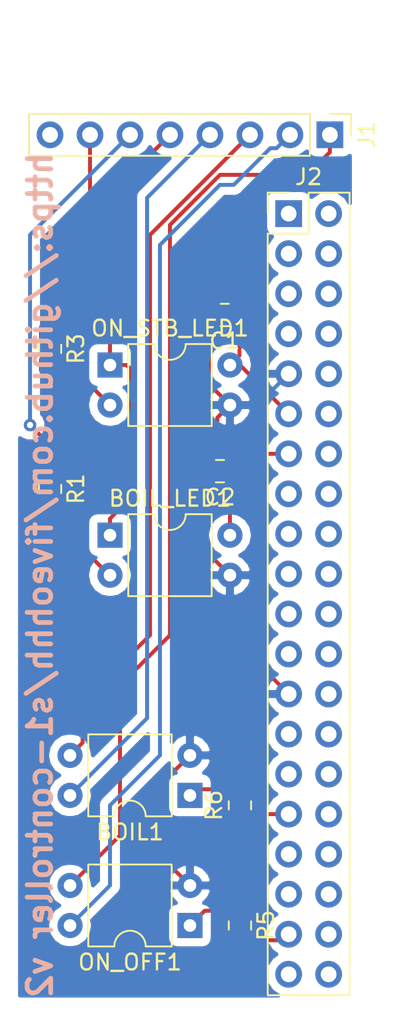
<source format=kicad_pcb>
(kicad_pcb (version 20171130) (host pcbnew "(5.0.2)-1")

  (general
    (thickness 1.6)
    (drawings 5)
    (tracks 87)
    (zones 0)
    (modules 12)
    (nets 52)
  )

  (page A4)
  (layers
    (0 F.Cu signal)
    (31 B.Cu signal)
    (32 B.Adhes user)
    (33 F.Adhes user)
    (34 B.Paste user)
    (35 F.Paste user)
    (36 B.SilkS user)
    (37 F.SilkS user)
    (38 B.Mask user)
    (39 F.Mask user)
    (40 Dwgs.User user)
    (41 Cmts.User user)
    (42 Eco1.User user)
    (43 Eco2.User user)
    (44 Edge.Cuts user)
    (45 Margin user)
    (46 B.CrtYd user)
    (47 F.CrtYd user)
    (48 B.Fab user)
    (49 F.Fab user)
  )

  (setup
    (last_trace_width 0.25)
    (trace_clearance 0.2)
    (zone_clearance 0.508)
    (zone_45_only no)
    (trace_min 0.2)
    (segment_width 0.2)
    (edge_width 0.15)
    (via_size 0.8)
    (via_drill 0.4)
    (via_min_size 0.4)
    (via_min_drill 0.3)
    (uvia_size 0.3)
    (uvia_drill 0.1)
    (uvias_allowed no)
    (uvia_min_size 0.2)
    (uvia_min_drill 0.1)
    (pcb_text_width 0.3)
    (pcb_text_size 1.5 1.5)
    (mod_edge_width 0.15)
    (mod_text_size 1 1)
    (mod_text_width 0.15)
    (pad_size 1.524 1.524)
    (pad_drill 0.762)
    (pad_to_mask_clearance 0.051)
    (solder_mask_min_width 0.25)
    (aux_axis_origin 0 0)
    (visible_elements 7FFFFFFF)
    (pcbplotparams
      (layerselection 0x010fc_ffffffff)
      (usegerberextensions false)
      (usegerberattributes false)
      (usegerberadvancedattributes false)
      (creategerberjobfile false)
      (excludeedgelayer true)
      (linewidth 0.100000)
      (plotframeref false)
      (viasonmask false)
      (mode 1)
      (useauxorigin false)
      (hpglpennumber 1)
      (hpglpenspeed 20)
      (hpglpendiameter 15.000000)
      (psnegative false)
      (psa4output false)
      (plotreference true)
      (plotvalue true)
      (plotinvisibletext false)
      (padsonsilk false)
      (subtractmaskfromsilk false)
      (outputformat 1)
      (mirror false)
      (drillshape 0)
      (scaleselection 1)
      (outputdirectory ""))
  )

  (net 0 "")
  (net 1 "Net-(J1-Pad6)")
  (net 2 "Net-(J1-Pad8)")
  (net 3 "Net-(J1-Pad7)")
  (net 4 "Net-(J2-Pad38)")
  (net 5 "Net-(J2-Pad32)")
  (net 6 GND)
  (net 7 "Net-(J1-Pad2)")
  (net 8 "Net-(J2-Pad1)")
  (net 9 "Net-(J2-Pad2)")
  (net 10 "Net-(J2-Pad3)")
  (net 11 "Net-(J2-Pad4)")
  (net 12 "Net-(J2-Pad5)")
  (net 13 "Net-(J2-Pad6)")
  (net 14 "Net-(J2-Pad8)")
  (net 15 "Net-(J2-Pad10)")
  (net 16 "Net-(J2-Pad12)")
  (net 17 "Net-(J2-Pad14)")
  (net 18 "Net-(J2-Pad16)")
  (net 19 "Net-(J2-Pad17)")
  (net 20 "Net-(J2-Pad18)")
  (net 21 "Net-(J2-Pad19)")
  (net 22 "Net-(J2-Pad20)")
  (net 23 "Net-(J2-Pad21)")
  (net 24 "Net-(J2-Pad22)")
  (net 25 "Net-(J2-Pad23)")
  (net 26 "Net-(J2-Pad24)")
  (net 27 "Net-(J2-Pad26)")
  (net 28 "Net-(J2-Pad27)")
  (net 29 "Net-(J2-Pad28)")
  (net 30 "Net-(J2-Pad29)")
  (net 31 "Net-(J2-Pad30)")
  (net 32 "Net-(J2-Pad31)")
  (net 33 "Net-(J2-Pad33)")
  (net 34 "Net-(J2-Pad34)")
  (net 35 "Net-(J2-Pad35)")
  (net 36 "Net-(J2-Pad36)")
  (net 37 "Net-(J2-Pad37)")
  (net 38 "Net-(J2-Pad39)")
  (net 39 "Net-(J2-Pad40)")
  (net 40 "Net-(BOIL1-Pad4)")
  (net 41 "Net-(BOIL1-Pad3)")
  (net 42 "Net-(BOIL1-Pad1)")
  (net 43 "Net-(BOIL_LED1-Pad2)")
  (net 44 "Net-(BOIL_LED1-Pad4)")
  (net 45 "Net-(ON_OFF1-Pad1)")
  (net 46 "Net-(ON_STB_LED1-Pad2)")
  (net 47 "Net-(C1-Pad1)")
  (net 48 "Net-(J1-Pad1)")
  (net 49 "Net-(J2-Pad15)")
  (net 50 "Net-(BOIL_LED1-Pad1)")
  (net 51 "Net-(J2-Pad7)")

  (net_class Default "This is the default net class."
    (clearance 0.2)
    (trace_width 0.25)
    (via_dia 0.8)
    (via_drill 0.4)
    (uvia_dia 0.3)
    (uvia_drill 0.1)
    (add_net GND)
    (add_net "Net-(BOIL1-Pad1)")
    (add_net "Net-(BOIL1-Pad3)")
    (add_net "Net-(BOIL1-Pad4)")
    (add_net "Net-(BOIL_LED1-Pad1)")
    (add_net "Net-(BOIL_LED1-Pad2)")
    (add_net "Net-(BOIL_LED1-Pad4)")
    (add_net "Net-(C1-Pad1)")
    (add_net "Net-(J1-Pad1)")
    (add_net "Net-(J1-Pad2)")
    (add_net "Net-(J1-Pad6)")
    (add_net "Net-(J1-Pad7)")
    (add_net "Net-(J1-Pad8)")
    (add_net "Net-(J2-Pad1)")
    (add_net "Net-(J2-Pad10)")
    (add_net "Net-(J2-Pad12)")
    (add_net "Net-(J2-Pad14)")
    (add_net "Net-(J2-Pad15)")
    (add_net "Net-(J2-Pad16)")
    (add_net "Net-(J2-Pad17)")
    (add_net "Net-(J2-Pad18)")
    (add_net "Net-(J2-Pad19)")
    (add_net "Net-(J2-Pad2)")
    (add_net "Net-(J2-Pad20)")
    (add_net "Net-(J2-Pad21)")
    (add_net "Net-(J2-Pad22)")
    (add_net "Net-(J2-Pad23)")
    (add_net "Net-(J2-Pad24)")
    (add_net "Net-(J2-Pad26)")
    (add_net "Net-(J2-Pad27)")
    (add_net "Net-(J2-Pad28)")
    (add_net "Net-(J2-Pad29)")
    (add_net "Net-(J2-Pad3)")
    (add_net "Net-(J2-Pad30)")
    (add_net "Net-(J2-Pad31)")
    (add_net "Net-(J2-Pad32)")
    (add_net "Net-(J2-Pad33)")
    (add_net "Net-(J2-Pad34)")
    (add_net "Net-(J2-Pad35)")
    (add_net "Net-(J2-Pad36)")
    (add_net "Net-(J2-Pad37)")
    (add_net "Net-(J2-Pad38)")
    (add_net "Net-(J2-Pad39)")
    (add_net "Net-(J2-Pad4)")
    (add_net "Net-(J2-Pad40)")
    (add_net "Net-(J2-Pad5)")
    (add_net "Net-(J2-Pad6)")
    (add_net "Net-(J2-Pad7)")
    (add_net "Net-(J2-Pad8)")
    (add_net "Net-(ON_OFF1-Pad1)")
    (add_net "Net-(ON_STB_LED1-Pad2)")
  )

  (module Resistor_SMD:R_0805_2012Metric_Pad1.15x1.40mm_HandSolder (layer F.Cu) (tedit 5B36C52B) (tstamp 5C14A6B1)
    (at 127.635 77.715 270)
    (descr "Resistor SMD 0805 (2012 Metric), square (rectangular) end terminal, IPC_7351 nominal with elongated pad for handsoldering. (Body size source: https://docs.google.com/spreadsheets/d/1BsfQQcO9C6DZCsRaXUlFlo91Tg2WpOkGARC1WS5S8t0/edit?usp=sharing), generated with kicad-footprint-generator")
    (tags "resistor handsolder")
    (path /5C119795)
    (attr smd)
    (fp_text reference R1 (at 0 -1.65 270) (layer F.SilkS)
      (effects (font (size 1 1) (thickness 0.15)))
    )
    (fp_text value R_US (at 0 1.65 270) (layer F.Fab)
      (effects (font (size 1 1) (thickness 0.15)))
    )
    (fp_line (start -1 0.6) (end -1 -0.6) (layer F.Fab) (width 0.1))
    (fp_line (start -1 -0.6) (end 1 -0.6) (layer F.Fab) (width 0.1))
    (fp_line (start 1 -0.6) (end 1 0.6) (layer F.Fab) (width 0.1))
    (fp_line (start 1 0.6) (end -1 0.6) (layer F.Fab) (width 0.1))
    (fp_line (start -0.261252 -0.71) (end 0.261252 -0.71) (layer F.SilkS) (width 0.12))
    (fp_line (start -0.261252 0.71) (end 0.261252 0.71) (layer F.SilkS) (width 0.12))
    (fp_line (start -1.85 0.95) (end -1.85 -0.95) (layer F.CrtYd) (width 0.05))
    (fp_line (start -1.85 -0.95) (end 1.85 -0.95) (layer F.CrtYd) (width 0.05))
    (fp_line (start 1.85 -0.95) (end 1.85 0.95) (layer F.CrtYd) (width 0.05))
    (fp_line (start 1.85 0.95) (end -1.85 0.95) (layer F.CrtYd) (width 0.05))
    (fp_text user %R (at 0 0 270) (layer F.Fab)
      (effects (font (size 0.5 0.5) (thickness 0.08)))
    )
    (pad 1 smd roundrect (at -1.025 0 270) (size 1.15 1.4) (layers F.Cu F.Paste F.Mask) (roundrect_rratio 0.217391)
      (net 1 "Net-(J1-Pad6)"))
    (pad 2 smd roundrect (at 1.025 0 270) (size 1.15 1.4) (layers F.Cu F.Paste F.Mask) (roundrect_rratio 0.217391)
      (net 43 "Net-(BOIL_LED1-Pad2)"))
    (model ${KISYS3DMOD}/Resistor_SMD.3dshapes/R_0805_2012Metric.wrl
      (at (xyz 0 0 0))
      (scale (xyz 1 1 1))
      (rotate (xyz 0 0 0))
    )
  )

  (module Resistor_SMD:R_0805_2012Metric_Pad1.15x1.40mm_HandSolder (layer F.Cu) (tedit 5B36C52B) (tstamp 5C11AC14)
    (at 127.635 68.825 270)
    (descr "Resistor SMD 0805 (2012 Metric), square (rectangular) end terminal, IPC_7351 nominal with elongated pad for handsoldering. (Body size source: https://docs.google.com/spreadsheets/d/1BsfQQcO9C6DZCsRaXUlFlo91Tg2WpOkGARC1WS5S8t0/edit?usp=sharing), generated with kicad-footprint-generator")
    (tags "resistor handsolder")
    (path /5C11973B)
    (attr smd)
    (fp_text reference R3 (at 0 -1.65 270) (layer F.SilkS)
      (effects (font (size 1 1) (thickness 0.15)))
    )
    (fp_text value R_US (at 0 1.65 270) (layer F.Fab)
      (effects (font (size 1 1) (thickness 0.15)))
    )
    (fp_text user %R (at 0 0 270) (layer F.Fab)
      (effects (font (size 0.5 0.5) (thickness 0.08)))
    )
    (fp_line (start 1.85 0.95) (end -1.85 0.95) (layer F.CrtYd) (width 0.05))
    (fp_line (start 1.85 -0.95) (end 1.85 0.95) (layer F.CrtYd) (width 0.05))
    (fp_line (start -1.85 -0.95) (end 1.85 -0.95) (layer F.CrtYd) (width 0.05))
    (fp_line (start -1.85 0.95) (end -1.85 -0.95) (layer F.CrtYd) (width 0.05))
    (fp_line (start -0.261252 0.71) (end 0.261252 0.71) (layer F.SilkS) (width 0.12))
    (fp_line (start -0.261252 -0.71) (end 0.261252 -0.71) (layer F.SilkS) (width 0.12))
    (fp_line (start 1 0.6) (end -1 0.6) (layer F.Fab) (width 0.1))
    (fp_line (start 1 -0.6) (end 1 0.6) (layer F.Fab) (width 0.1))
    (fp_line (start -1 -0.6) (end 1 -0.6) (layer F.Fab) (width 0.1))
    (fp_line (start -1 0.6) (end -1 -0.6) (layer F.Fab) (width 0.1))
    (pad 2 smd roundrect (at 1.025 0 270) (size 1.15 1.4) (layers F.Cu F.Paste F.Mask) (roundrect_rratio 0.217391)
      (net 46 "Net-(ON_STB_LED1-Pad2)"))
    (pad 1 smd roundrect (at -1.025 0 270) (size 1.15 1.4) (layers F.Cu F.Paste F.Mask) (roundrect_rratio 0.217391)
      (net 3 "Net-(J1-Pad7)"))
    (model ${KISYS3DMOD}/Resistor_SMD.3dshapes/R_0805_2012Metric.wrl
      (at (xyz 0 0 0))
      (scale (xyz 1 1 1))
      (rotate (xyz 0 0 0))
    )
  )

  (module Resistor_SMD:R_0805_2012Metric (layer F.Cu) (tedit 5B36C52B) (tstamp 5C14A4FB)
    (at 139.7 105.41 270)
    (descr "Resistor SMD 0805 (2012 Metric), square (rectangular) end terminal, IPC_7351 nominal, (Body size source: https://docs.google.com/spreadsheets/d/1BsfQQcO9C6DZCsRaXUlFlo91Tg2WpOkGARC1WS5S8t0/edit?usp=sharing), generated with kicad-footprint-generator")
    (tags resistor)
    (path /5C1197ED)
    (attr smd)
    (fp_text reference R5 (at 0 -1.65 270) (layer F.SilkS)
      (effects (font (size 1 1) (thickness 0.15)))
    )
    (fp_text value R_US (at 0 1.65 270) (layer F.Fab)
      (effects (font (size 1 1) (thickness 0.15)))
    )
    (fp_line (start -1 0.6) (end -1 -0.6) (layer F.Fab) (width 0.1))
    (fp_line (start -1 -0.6) (end 1 -0.6) (layer F.Fab) (width 0.1))
    (fp_line (start 1 -0.6) (end 1 0.6) (layer F.Fab) (width 0.1))
    (fp_line (start 1 0.6) (end -1 0.6) (layer F.Fab) (width 0.1))
    (fp_line (start -0.258578 -0.71) (end 0.258578 -0.71) (layer F.SilkS) (width 0.12))
    (fp_line (start -0.258578 0.71) (end 0.258578 0.71) (layer F.SilkS) (width 0.12))
    (fp_line (start -1.68 0.95) (end -1.68 -0.95) (layer F.CrtYd) (width 0.05))
    (fp_line (start -1.68 -0.95) (end 1.68 -0.95) (layer F.CrtYd) (width 0.05))
    (fp_line (start 1.68 -0.95) (end 1.68 0.95) (layer F.CrtYd) (width 0.05))
    (fp_line (start 1.68 0.95) (end -1.68 0.95) (layer F.CrtYd) (width 0.05))
    (fp_text user %R (at 0 0 270) (layer F.Fab)
      (effects (font (size 0.5 0.5) (thickness 0.08)))
    )
    (pad 1 smd roundrect (at -0.9375 0 270) (size 0.975 1.4) (layers F.Cu F.Paste F.Mask) (roundrect_rratio 0.25)
      (net 45 "Net-(ON_OFF1-Pad1)"))
    (pad 2 smd roundrect (at 0.9375 0 270) (size 0.975 1.4) (layers F.Cu F.Paste F.Mask) (roundrect_rratio 0.25)
      (net 37 "Net-(J2-Pad37)"))
    (model ${KISYS3DMOD}/Resistor_SMD.3dshapes/R_0805_2012Metric.wrl
      (at (xyz 0 0 0))
      (scale (xyz 1 1 1))
      (rotate (xyz 0 0 0))
    )
  )

  (module Resistor_SMD:R_0805_2012Metric_Pad1.15x1.40mm_HandSolder (layer F.Cu) (tedit 5B36C52B) (tstamp 5C11AC47)
    (at 139.7 97.79 90)
    (descr "Resistor SMD 0805 (2012 Metric), square (rectangular) end terminal, IPC_7351 nominal with elongated pad for handsoldering. (Body size source: https://docs.google.com/spreadsheets/d/1BsfQQcO9C6DZCsRaXUlFlo91Tg2WpOkGARC1WS5S8t0/edit?usp=sharing), generated with kicad-footprint-generator")
    (tags "resistor handsolder")
    (path /5C11984D)
    (attr smd)
    (fp_text reference R6 (at 0 -1.65 90) (layer F.SilkS)
      (effects (font (size 1 1) (thickness 0.15)))
    )
    (fp_text value R_US (at 0 1.65 90) (layer F.Fab)
      (effects (font (size 1 1) (thickness 0.15)))
    )
    (fp_line (start -1 0.6) (end -1 -0.6) (layer F.Fab) (width 0.1))
    (fp_line (start -1 -0.6) (end 1 -0.6) (layer F.Fab) (width 0.1))
    (fp_line (start 1 -0.6) (end 1 0.6) (layer F.Fab) (width 0.1))
    (fp_line (start 1 0.6) (end -1 0.6) (layer F.Fab) (width 0.1))
    (fp_line (start -0.261252 -0.71) (end 0.261252 -0.71) (layer F.SilkS) (width 0.12))
    (fp_line (start -0.261252 0.71) (end 0.261252 0.71) (layer F.SilkS) (width 0.12))
    (fp_line (start -1.85 0.95) (end -1.85 -0.95) (layer F.CrtYd) (width 0.05))
    (fp_line (start -1.85 -0.95) (end 1.85 -0.95) (layer F.CrtYd) (width 0.05))
    (fp_line (start 1.85 -0.95) (end 1.85 0.95) (layer F.CrtYd) (width 0.05))
    (fp_line (start 1.85 0.95) (end -1.85 0.95) (layer F.CrtYd) (width 0.05))
    (fp_text user %R (at 0 0 90) (layer F.Fab)
      (effects (font (size 0.5 0.5) (thickness 0.08)))
    )
    (pad 1 smd roundrect (at -1.025 0 90) (size 1.15 1.4) (layers F.Cu F.Paste F.Mask) (roundrect_rratio 0.217391)
      (net 32 "Net-(J2-Pad31)"))
    (pad 2 smd roundrect (at 1.025 0 90) (size 1.15 1.4) (layers F.Cu F.Paste F.Mask) (roundrect_rratio 0.217391)
      (net 42 "Net-(BOIL1-Pad1)"))
    (model ${KISYS3DMOD}/Resistor_SMD.3dshapes/R_0805_2012Metric.wrl
      (at (xyz 0 0 0))
      (scale (xyz 1 1 1))
      (rotate (xyz 0 0 0))
    )
  )

  (module Connector_PinHeader_2.54mm:PinHeader_2x20_P2.54mm_Vertical (layer F.Cu) (tedit 59FED5CC) (tstamp 5C14993D)
    (at 142.795001 60.245001)
    (descr "Through hole straight pin header, 2x20, 2.54mm pitch, double rows")
    (tags "Through hole pin header THT 2x20 2.54mm double row")
    (path /5C112CE3)
    (fp_text reference J2 (at 1.27 -2.33) (layer F.SilkS)
      (effects (font (size 1 1) (thickness 0.15)))
    )
    (fp_text value Raspberry_Pi_2_3 (at 1.27 50.59) (layer F.Fab)
      (effects (font (size 1 1) (thickness 0.15)))
    )
    (fp_line (start 0 -1.27) (end 3.81 -1.27) (layer F.Fab) (width 0.1))
    (fp_line (start 3.81 -1.27) (end 3.81 49.53) (layer F.Fab) (width 0.1))
    (fp_line (start 3.81 49.53) (end -1.27 49.53) (layer F.Fab) (width 0.1))
    (fp_line (start -1.27 49.53) (end -1.27 0) (layer F.Fab) (width 0.1))
    (fp_line (start -1.27 0) (end 0 -1.27) (layer F.Fab) (width 0.1))
    (fp_line (start -1.33 49.59) (end 3.87 49.59) (layer F.SilkS) (width 0.12))
    (fp_line (start -1.33 1.27) (end -1.33 49.59) (layer F.SilkS) (width 0.12))
    (fp_line (start 3.87 -1.33) (end 3.87 49.59) (layer F.SilkS) (width 0.12))
    (fp_line (start -1.33 1.27) (end 1.27 1.27) (layer F.SilkS) (width 0.12))
    (fp_line (start 1.27 1.27) (end 1.27 -1.33) (layer F.SilkS) (width 0.12))
    (fp_line (start 1.27 -1.33) (end 3.87 -1.33) (layer F.SilkS) (width 0.12))
    (fp_line (start -1.33 0) (end -1.33 -1.33) (layer F.SilkS) (width 0.12))
    (fp_line (start -1.33 -1.33) (end 0 -1.33) (layer F.SilkS) (width 0.12))
    (fp_line (start -1.8 -1.8) (end -1.8 50.05) (layer F.CrtYd) (width 0.05))
    (fp_line (start -1.8 50.05) (end 4.35 50.05) (layer F.CrtYd) (width 0.05))
    (fp_line (start 4.35 50.05) (end 4.35 -1.8) (layer F.CrtYd) (width 0.05))
    (fp_line (start 4.35 -1.8) (end -1.8 -1.8) (layer F.CrtYd) (width 0.05))
    (fp_text user %R (at 1.27 24.13 90) (layer F.Fab)
      (effects (font (size 1 1) (thickness 0.15)))
    )
    (pad 1 thru_hole rect (at 0 0) (size 1.7 1.7) (drill 1) (layers *.Cu *.Mask)
      (net 8 "Net-(J2-Pad1)"))
    (pad 2 thru_hole oval (at 2.54 0) (size 1.7 1.7) (drill 1) (layers *.Cu *.Mask)
      (net 9 "Net-(J2-Pad2)"))
    (pad 3 thru_hole oval (at 0 2.54) (size 1.7 1.7) (drill 1) (layers *.Cu *.Mask)
      (net 10 "Net-(J2-Pad3)"))
    (pad 4 thru_hole oval (at 2.54 2.54) (size 1.7 1.7) (drill 1) (layers *.Cu *.Mask)
      (net 11 "Net-(J2-Pad4)"))
    (pad 5 thru_hole oval (at 0 5.08) (size 1.7 1.7) (drill 1) (layers *.Cu *.Mask)
      (net 12 "Net-(J2-Pad5)"))
    (pad 6 thru_hole oval (at 2.54 5.08) (size 1.7 1.7) (drill 1) (layers *.Cu *.Mask)
      (net 13 "Net-(J2-Pad6)"))
    (pad 7 thru_hole oval (at 0 7.62) (size 1.7 1.7) (drill 1) (layers *.Cu *.Mask)
      (net 51 "Net-(J2-Pad7)"))
    (pad 8 thru_hole oval (at 2.54 7.62) (size 1.7 1.7) (drill 1) (layers *.Cu *.Mask)
      (net 14 "Net-(J2-Pad8)"))
    (pad 9 thru_hole oval (at 0 10.16) (size 1.7 1.7) (drill 1) (layers *.Cu *.Mask)
      (net 6 GND))
    (pad 10 thru_hole oval (at 2.54 10.16) (size 1.7 1.7) (drill 1) (layers *.Cu *.Mask)
      (net 15 "Net-(J2-Pad10)"))
    (pad 11 thru_hole oval (at 0 12.7) (size 1.7 1.7) (drill 1) (layers *.Cu *.Mask)
      (net 47 "Net-(C1-Pad1)"))
    (pad 12 thru_hole oval (at 2.54 12.7) (size 1.7 1.7) (drill 1) (layers *.Cu *.Mask)
      (net 16 "Net-(J2-Pad12)"))
    (pad 13 thru_hole oval (at 0 15.24) (size 1.7 1.7) (drill 1) (layers *.Cu *.Mask)
      (net 44 "Net-(BOIL_LED1-Pad4)"))
    (pad 14 thru_hole oval (at 2.54 15.24) (size 1.7 1.7) (drill 1) (layers *.Cu *.Mask)
      (net 17 "Net-(J2-Pad14)"))
    (pad 15 thru_hole oval (at 0 17.78) (size 1.7 1.7) (drill 1) (layers *.Cu *.Mask)
      (net 49 "Net-(J2-Pad15)"))
    (pad 16 thru_hole oval (at 2.54 17.78) (size 1.7 1.7) (drill 1) (layers *.Cu *.Mask)
      (net 18 "Net-(J2-Pad16)"))
    (pad 17 thru_hole oval (at 0 20.32) (size 1.7 1.7) (drill 1) (layers *.Cu *.Mask)
      (net 19 "Net-(J2-Pad17)"))
    (pad 18 thru_hole oval (at 2.54 20.32) (size 1.7 1.7) (drill 1) (layers *.Cu *.Mask)
      (net 20 "Net-(J2-Pad18)"))
    (pad 19 thru_hole oval (at 0 22.86) (size 1.7 1.7) (drill 1) (layers *.Cu *.Mask)
      (net 21 "Net-(J2-Pad19)"))
    (pad 20 thru_hole oval (at 2.54 22.86) (size 1.7 1.7) (drill 1) (layers *.Cu *.Mask)
      (net 22 "Net-(J2-Pad20)"))
    (pad 21 thru_hole oval (at 0 25.4) (size 1.7 1.7) (drill 1) (layers *.Cu *.Mask)
      (net 23 "Net-(J2-Pad21)"))
    (pad 22 thru_hole oval (at 2.54 25.4) (size 1.7 1.7) (drill 1) (layers *.Cu *.Mask)
      (net 24 "Net-(J2-Pad22)"))
    (pad 23 thru_hole oval (at 0 27.94) (size 1.7 1.7) (drill 1) (layers *.Cu *.Mask)
      (net 25 "Net-(J2-Pad23)"))
    (pad 24 thru_hole oval (at 2.54 27.94) (size 1.7 1.7) (drill 1) (layers *.Cu *.Mask)
      (net 26 "Net-(J2-Pad24)"))
    (pad 25 thru_hole oval (at 0 30.48) (size 1.7 1.7) (drill 1) (layers *.Cu *.Mask)
      (net 6 GND))
    (pad 26 thru_hole oval (at 2.54 30.48) (size 1.7 1.7) (drill 1) (layers *.Cu *.Mask)
      (net 27 "Net-(J2-Pad26)"))
    (pad 27 thru_hole oval (at 0 33.02) (size 1.7 1.7) (drill 1) (layers *.Cu *.Mask)
      (net 28 "Net-(J2-Pad27)"))
    (pad 28 thru_hole oval (at 2.54 33.02) (size 1.7 1.7) (drill 1) (layers *.Cu *.Mask)
      (net 29 "Net-(J2-Pad28)"))
    (pad 29 thru_hole oval (at 0 35.56) (size 1.7 1.7) (drill 1) (layers *.Cu *.Mask)
      (net 30 "Net-(J2-Pad29)"))
    (pad 30 thru_hole oval (at 2.54 35.56) (size 1.7 1.7) (drill 1) (layers *.Cu *.Mask)
      (net 31 "Net-(J2-Pad30)"))
    (pad 31 thru_hole oval (at 0 38.1) (size 1.7 1.7) (drill 1) (layers *.Cu *.Mask)
      (net 32 "Net-(J2-Pad31)"))
    (pad 32 thru_hole oval (at 2.54 38.1) (size 1.7 1.7) (drill 1) (layers *.Cu *.Mask)
      (net 5 "Net-(J2-Pad32)"))
    (pad 33 thru_hole oval (at 0 40.64) (size 1.7 1.7) (drill 1) (layers *.Cu *.Mask)
      (net 33 "Net-(J2-Pad33)"))
    (pad 34 thru_hole oval (at 2.54 40.64) (size 1.7 1.7) (drill 1) (layers *.Cu *.Mask)
      (net 34 "Net-(J2-Pad34)"))
    (pad 35 thru_hole oval (at 0 43.18) (size 1.7 1.7) (drill 1) (layers *.Cu *.Mask)
      (net 35 "Net-(J2-Pad35)"))
    (pad 36 thru_hole oval (at 2.54 43.18) (size 1.7 1.7) (drill 1) (layers *.Cu *.Mask)
      (net 36 "Net-(J2-Pad36)"))
    (pad 37 thru_hole oval (at 0 45.72) (size 1.7 1.7) (drill 1) (layers *.Cu *.Mask)
      (net 37 "Net-(J2-Pad37)"))
    (pad 38 thru_hole oval (at 2.54 45.72) (size 1.7 1.7) (drill 1) (layers *.Cu *.Mask)
      (net 4 "Net-(J2-Pad38)"))
    (pad 39 thru_hole oval (at 0 48.26) (size 1.7 1.7) (drill 1) (layers *.Cu *.Mask)
      (net 38 "Net-(J2-Pad39)"))
    (pad 40 thru_hole oval (at 2.54 48.26) (size 1.7 1.7) (drill 1) (layers *.Cu *.Mask)
      (net 39 "Net-(J2-Pad40)"))
    (model ${KISYS3DMOD}/Connector_PinHeader_2.54mm.3dshapes/PinHeader_2x20_P2.54mm_Vertical.wrl
      (at (xyz 0 0 0))
      (scale (xyz 1 1 1))
      (rotate (xyz 0 0 0))
    )
  )

  (module Connector_PinHeader_2.54mm:PinHeader_1x08_P2.54mm_Vertical (layer F.Cu) (tedit 59FED5CC) (tstamp 5C14977C)
    (at 145.415 55.245 270)
    (descr "Through hole straight pin header, 1x08, 2.54mm pitch, single row")
    (tags "Through hole pin header THT 1x08 2.54mm single row")
    (path /5C112B1E)
    (fp_text reference J1 (at 0 -2.33 270) (layer F.SilkS)
      (effects (font (size 1 1) (thickness 0.15)))
    )
    (fp_text value Screw_Terminal_01x08 (at 0 20.11 270) (layer F.Fab)
      (effects (font (size 1 1) (thickness 0.15)))
    )
    (fp_line (start -0.635 -1.27) (end 1.27 -1.27) (layer F.Fab) (width 0.1))
    (fp_line (start 1.27 -1.27) (end 1.27 19.05) (layer F.Fab) (width 0.1))
    (fp_line (start 1.27 19.05) (end -1.27 19.05) (layer F.Fab) (width 0.1))
    (fp_line (start -1.27 19.05) (end -1.27 -0.635) (layer F.Fab) (width 0.1))
    (fp_line (start -1.27 -0.635) (end -0.635 -1.27) (layer F.Fab) (width 0.1))
    (fp_line (start -1.33 19.11) (end 1.33 19.11) (layer F.SilkS) (width 0.12))
    (fp_line (start -1.33 1.27) (end -1.33 19.11) (layer F.SilkS) (width 0.12))
    (fp_line (start 1.33 1.27) (end 1.33 19.11) (layer F.SilkS) (width 0.12))
    (fp_line (start -1.33 1.27) (end 1.33 1.27) (layer F.SilkS) (width 0.12))
    (fp_line (start -1.33 0) (end -1.33 -1.33) (layer F.SilkS) (width 0.12))
    (fp_line (start -1.33 -1.33) (end 0 -1.33) (layer F.SilkS) (width 0.12))
    (fp_line (start -1.8 -1.8) (end -1.8 19.55) (layer F.CrtYd) (width 0.05))
    (fp_line (start -1.8 19.55) (end 1.8 19.55) (layer F.CrtYd) (width 0.05))
    (fp_line (start 1.8 19.55) (end 1.8 -1.8) (layer F.CrtYd) (width 0.05))
    (fp_line (start 1.8 -1.8) (end -1.8 -1.8) (layer F.CrtYd) (width 0.05))
    (fp_text user %R (at 0 8.89) (layer F.Fab)
      (effects (font (size 1 1) (thickness 0.15)))
    )
    (pad 1 thru_hole rect (at 0 0 270) (size 1.7 1.7) (drill 1) (layers *.Cu *.Mask)
      (net 48 "Net-(J1-Pad1)"))
    (pad 2 thru_hole oval (at 0 2.54 270) (size 1.7 1.7) (drill 1) (layers *.Cu *.Mask)
      (net 7 "Net-(J1-Pad2)"))
    (pad 3 thru_hole oval (at 0 5.08 270) (size 1.7 1.7) (drill 1) (layers *.Cu *.Mask)
      (net 41 "Net-(BOIL1-Pad3)"))
    (pad 4 thru_hole oval (at 0 7.62 270) (size 1.7 1.7) (drill 1) (layers *.Cu *.Mask)
      (net 40 "Net-(BOIL1-Pad4)"))
    (pad 5 thru_hole oval (at 0 10.16 270) (size 1.7 1.7) (drill 1) (layers *.Cu *.Mask)
      (net 50 "Net-(BOIL_LED1-Pad1)"))
    (pad 6 thru_hole oval (at 0 12.7 270) (size 1.7 1.7) (drill 1) (layers *.Cu *.Mask)
      (net 1 "Net-(J1-Pad6)"))
    (pad 7 thru_hole oval (at 0 15.24 270) (size 1.7 1.7) (drill 1) (layers *.Cu *.Mask)
      (net 3 "Net-(J1-Pad7)"))
    (pad 8 thru_hole oval (at 0 17.78 270) (size 1.7 1.7) (drill 1) (layers *.Cu *.Mask)
      (net 2 "Net-(J1-Pad8)"))
    (model ${KISYS3DMOD}/Connector_PinHeader_2.54mm.3dshapes/PinHeader_1x08_P2.54mm_Vertical.wrl
      (at (xyz 0 0 0))
      (scale (xyz 1 1 1))
      (rotate (xyz 0 0 0))
    )
  )

  (module Package_DIP:DIP-4_W7.62mm (layer F.Cu) (tedit 5A02E8C5) (tstamp 5C14A5B1)
    (at 136.525 97.155 180)
    (descr "4-lead though-hole mounted DIP package, row spacing 7.62 mm (300 mils)")
    (tags "THT DIP DIL PDIP 2.54mm 7.62mm 300mil")
    (path /5C11279A)
    (fp_text reference BOIL1 (at 3.81 -2.33 180) (layer F.SilkS)
      (effects (font (size 1 1) (thickness 0.15)))
    )
    (fp_text value PC817 (at 3.81 4.87 180) (layer F.Fab)
      (effects (font (size 1 1) (thickness 0.15)))
    )
    (fp_text user %R (at 3.81 1.27 180) (layer F.Fab)
      (effects (font (size 1 1) (thickness 0.15)))
    )
    (fp_line (start 8.7 -1.55) (end -1.1 -1.55) (layer F.CrtYd) (width 0.05))
    (fp_line (start 8.7 4.1) (end 8.7 -1.55) (layer F.CrtYd) (width 0.05))
    (fp_line (start -1.1 4.1) (end 8.7 4.1) (layer F.CrtYd) (width 0.05))
    (fp_line (start -1.1 -1.55) (end -1.1 4.1) (layer F.CrtYd) (width 0.05))
    (fp_line (start 6.46 -1.33) (end 4.81 -1.33) (layer F.SilkS) (width 0.12))
    (fp_line (start 6.46 3.87) (end 6.46 -1.33) (layer F.SilkS) (width 0.12))
    (fp_line (start 1.16 3.87) (end 6.46 3.87) (layer F.SilkS) (width 0.12))
    (fp_line (start 1.16 -1.33) (end 1.16 3.87) (layer F.SilkS) (width 0.12))
    (fp_line (start 2.81 -1.33) (end 1.16 -1.33) (layer F.SilkS) (width 0.12))
    (fp_line (start 0.635 -0.27) (end 1.635 -1.27) (layer F.Fab) (width 0.1))
    (fp_line (start 0.635 3.81) (end 0.635 -0.27) (layer F.Fab) (width 0.1))
    (fp_line (start 6.985 3.81) (end 0.635 3.81) (layer F.Fab) (width 0.1))
    (fp_line (start 6.985 -1.27) (end 6.985 3.81) (layer F.Fab) (width 0.1))
    (fp_line (start 1.635 -1.27) (end 6.985 -1.27) (layer F.Fab) (width 0.1))
    (fp_arc (start 3.81 -1.33) (end 2.81 -1.33) (angle -180) (layer F.SilkS) (width 0.12))
    (pad 4 thru_hole oval (at 7.62 0 180) (size 1.6 1.6) (drill 0.8) (layers *.Cu *.Mask)
      (net 40 "Net-(BOIL1-Pad4)"))
    (pad 2 thru_hole oval (at 0 2.54 180) (size 1.6 1.6) (drill 0.8) (layers *.Cu *.Mask)
      (net 6 GND))
    (pad 3 thru_hole oval (at 7.62 2.54 180) (size 1.6 1.6) (drill 0.8) (layers *.Cu *.Mask)
      (net 41 "Net-(BOIL1-Pad3)"))
    (pad 1 thru_hole rect (at 0 0 180) (size 1.6 1.6) (drill 0.8) (layers *.Cu *.Mask)
      (net 42 "Net-(BOIL1-Pad1)"))
    (model ${KISYS3DMOD}/Package_DIP.3dshapes/DIP-4_W7.62mm.wrl
      (at (xyz 0 0 0))
      (scale (xyz 1 1 1))
      (rotate (xyz 0 0 0))
    )
  )

  (module Package_DIP:DIP-4_W7.62mm (layer F.Cu) (tedit 5A02E8C5) (tstamp 5C255CAF)
    (at 131.445 80.645)
    (descr "4-lead though-hole mounted DIP package, row spacing 7.62 mm (300 mils)")
    (tags "THT DIP DIL PDIP 2.54mm 7.62mm 300mil")
    (path /5C1128D5)
    (fp_text reference BOIL_LED1 (at 3.81 -2.33) (layer F.SilkS)
      (effects (font (size 1 1) (thickness 0.15)))
    )
    (fp_text value PC817 (at 3.81 4.87) (layer F.Fab)
      (effects (font (size 1 1) (thickness 0.15)))
    )
    (fp_arc (start 3.81 -1.33) (end 2.81 -1.33) (angle -180) (layer F.SilkS) (width 0.12))
    (fp_line (start 1.635 -1.27) (end 6.985 -1.27) (layer F.Fab) (width 0.1))
    (fp_line (start 6.985 -1.27) (end 6.985 3.81) (layer F.Fab) (width 0.1))
    (fp_line (start 6.985 3.81) (end 0.635 3.81) (layer F.Fab) (width 0.1))
    (fp_line (start 0.635 3.81) (end 0.635 -0.27) (layer F.Fab) (width 0.1))
    (fp_line (start 0.635 -0.27) (end 1.635 -1.27) (layer F.Fab) (width 0.1))
    (fp_line (start 2.81 -1.33) (end 1.16 -1.33) (layer F.SilkS) (width 0.12))
    (fp_line (start 1.16 -1.33) (end 1.16 3.87) (layer F.SilkS) (width 0.12))
    (fp_line (start 1.16 3.87) (end 6.46 3.87) (layer F.SilkS) (width 0.12))
    (fp_line (start 6.46 3.87) (end 6.46 -1.33) (layer F.SilkS) (width 0.12))
    (fp_line (start 6.46 -1.33) (end 4.81 -1.33) (layer F.SilkS) (width 0.12))
    (fp_line (start -1.1 -1.55) (end -1.1 4.1) (layer F.CrtYd) (width 0.05))
    (fp_line (start -1.1 4.1) (end 8.7 4.1) (layer F.CrtYd) (width 0.05))
    (fp_line (start 8.7 4.1) (end 8.7 -1.55) (layer F.CrtYd) (width 0.05))
    (fp_line (start 8.7 -1.55) (end -1.1 -1.55) (layer F.CrtYd) (width 0.05))
    (fp_text user %R (at 3.81 1.27) (layer F.Fab)
      (effects (font (size 1 1) (thickness 0.15)))
    )
    (pad 1 thru_hole rect (at 0 0) (size 1.6 1.6) (drill 0.8) (layers *.Cu *.Mask)
      (net 50 "Net-(BOIL_LED1-Pad1)"))
    (pad 3 thru_hole oval (at 7.62 2.54) (size 1.6 1.6) (drill 0.8) (layers *.Cu *.Mask)
      (net 6 GND))
    (pad 2 thru_hole oval (at 0 2.54) (size 1.6 1.6) (drill 0.8) (layers *.Cu *.Mask)
      (net 43 "Net-(BOIL_LED1-Pad2)"))
    (pad 4 thru_hole oval (at 7.62 0) (size 1.6 1.6) (drill 0.8) (layers *.Cu *.Mask)
      (net 44 "Net-(BOIL_LED1-Pad4)"))
    (model ${KISYS3DMOD}/Package_DIP.3dshapes/DIP-4_W7.62mm.wrl
      (at (xyz 0 0 0))
      (scale (xyz 1 1 1))
      (rotate (xyz 0 0 0))
    )
  )

  (module Package_DIP:DIP-4_W7.62mm (layer F.Cu) (tedit 5A02E8C5) (tstamp 5C14A1ED)
    (at 136.525 105.41 180)
    (descr "4-lead though-hole mounted DIP package, row spacing 7.62 mm (300 mils)")
    (tags "THT DIP DIL PDIP 2.54mm 7.62mm 300mil")
    (path /5C11284B)
    (fp_text reference ON_OFF1 (at 3.81 -2.33 180) (layer F.SilkS)
      (effects (font (size 1 1) (thickness 0.15)))
    )
    (fp_text value PC817 (at 3.81 4.87 180) (layer F.Fab)
      (effects (font (size 1 1) (thickness 0.15)))
    )
    (fp_arc (start 3.81 -1.33) (end 2.81 -1.33) (angle -180) (layer F.SilkS) (width 0.12))
    (fp_line (start 1.635 -1.27) (end 6.985 -1.27) (layer F.Fab) (width 0.1))
    (fp_line (start 6.985 -1.27) (end 6.985 3.81) (layer F.Fab) (width 0.1))
    (fp_line (start 6.985 3.81) (end 0.635 3.81) (layer F.Fab) (width 0.1))
    (fp_line (start 0.635 3.81) (end 0.635 -0.27) (layer F.Fab) (width 0.1))
    (fp_line (start 0.635 -0.27) (end 1.635 -1.27) (layer F.Fab) (width 0.1))
    (fp_line (start 2.81 -1.33) (end 1.16 -1.33) (layer F.SilkS) (width 0.12))
    (fp_line (start 1.16 -1.33) (end 1.16 3.87) (layer F.SilkS) (width 0.12))
    (fp_line (start 1.16 3.87) (end 6.46 3.87) (layer F.SilkS) (width 0.12))
    (fp_line (start 6.46 3.87) (end 6.46 -1.33) (layer F.SilkS) (width 0.12))
    (fp_line (start 6.46 -1.33) (end 4.81 -1.33) (layer F.SilkS) (width 0.12))
    (fp_line (start -1.1 -1.55) (end -1.1 4.1) (layer F.CrtYd) (width 0.05))
    (fp_line (start -1.1 4.1) (end 8.7 4.1) (layer F.CrtYd) (width 0.05))
    (fp_line (start 8.7 4.1) (end 8.7 -1.55) (layer F.CrtYd) (width 0.05))
    (fp_line (start 8.7 -1.55) (end -1.1 -1.55) (layer F.CrtYd) (width 0.05))
    (fp_text user %R (at 3.81 1.27 180) (layer F.Fab)
      (effects (font (size 1 1) (thickness 0.15)))
    )
    (pad 1 thru_hole rect (at 0 0 180) (size 1.6 1.6) (drill 0.8) (layers *.Cu *.Mask)
      (net 45 "Net-(ON_OFF1-Pad1)"))
    (pad 3 thru_hole oval (at 7.62 2.54 180) (size 1.6 1.6) (drill 0.8) (layers *.Cu *.Mask)
      (net 48 "Net-(J1-Pad1)"))
    (pad 2 thru_hole oval (at 0 2.54 180) (size 1.6 1.6) (drill 0.8) (layers *.Cu *.Mask)
      (net 6 GND))
    (pad 4 thru_hole oval (at 7.62 0 180) (size 1.6 1.6) (drill 0.8) (layers *.Cu *.Mask)
      (net 7 "Net-(J1-Pad2)"))
    (model ${KISYS3DMOD}/Package_DIP.3dshapes/DIP-4_W7.62mm.wrl
      (at (xyz 0 0 0))
      (scale (xyz 1 1 1))
      (rotate (xyz 0 0 0))
    )
  )

  (module Package_DIP:DIP-4_W7.62mm (layer F.Cu) (tedit 5A02E8C5) (tstamp 5C149EEA)
    (at 131.445 69.85)
    (descr "4-lead though-hole mounted DIP package, row spacing 7.62 mm (300 mils)")
    (tags "THT DIP DIL PDIP 2.54mm 7.62mm 300mil")
    (path /5C11288D)
    (fp_text reference ON_STB_LED1 (at 3.81 -2.33) (layer F.SilkS)
      (effects (font (size 1 1) (thickness 0.15)))
    )
    (fp_text value PC817 (at 3.81 4.87) (layer F.Fab)
      (effects (font (size 1 1) (thickness 0.15)))
    )
    (fp_text user %R (at 3.81 1.27) (layer F.Fab)
      (effects (font (size 1 1) (thickness 0.15)))
    )
    (fp_line (start 8.7 -1.55) (end -1.1 -1.55) (layer F.CrtYd) (width 0.05))
    (fp_line (start 8.7 4.1) (end 8.7 -1.55) (layer F.CrtYd) (width 0.05))
    (fp_line (start -1.1 4.1) (end 8.7 4.1) (layer F.CrtYd) (width 0.05))
    (fp_line (start -1.1 -1.55) (end -1.1 4.1) (layer F.CrtYd) (width 0.05))
    (fp_line (start 6.46 -1.33) (end 4.81 -1.33) (layer F.SilkS) (width 0.12))
    (fp_line (start 6.46 3.87) (end 6.46 -1.33) (layer F.SilkS) (width 0.12))
    (fp_line (start 1.16 3.87) (end 6.46 3.87) (layer F.SilkS) (width 0.12))
    (fp_line (start 1.16 -1.33) (end 1.16 3.87) (layer F.SilkS) (width 0.12))
    (fp_line (start 2.81 -1.33) (end 1.16 -1.33) (layer F.SilkS) (width 0.12))
    (fp_line (start 0.635 -0.27) (end 1.635 -1.27) (layer F.Fab) (width 0.1))
    (fp_line (start 0.635 3.81) (end 0.635 -0.27) (layer F.Fab) (width 0.1))
    (fp_line (start 6.985 3.81) (end 0.635 3.81) (layer F.Fab) (width 0.1))
    (fp_line (start 6.985 -1.27) (end 6.985 3.81) (layer F.Fab) (width 0.1))
    (fp_line (start 1.635 -1.27) (end 6.985 -1.27) (layer F.Fab) (width 0.1))
    (fp_arc (start 3.81 -1.33) (end 2.81 -1.33) (angle -180) (layer F.SilkS) (width 0.12))
    (pad 4 thru_hole oval (at 7.62 0) (size 1.6 1.6) (drill 0.8) (layers *.Cu *.Mask)
      (net 47 "Net-(C1-Pad1)"))
    (pad 2 thru_hole oval (at 0 2.54) (size 1.6 1.6) (drill 0.8) (layers *.Cu *.Mask)
      (net 46 "Net-(ON_STB_LED1-Pad2)"))
    (pad 3 thru_hole oval (at 7.62 2.54) (size 1.6 1.6) (drill 0.8) (layers *.Cu *.Mask)
      (net 6 GND))
    (pad 1 thru_hole rect (at 0 0) (size 1.6 1.6) (drill 0.8) (layers *.Cu *.Mask)
      (net 50 "Net-(BOIL_LED1-Pad1)"))
    (model ${KISYS3DMOD}/Package_DIP.3dshapes/DIP-4_W7.62mm.wrl
      (at (xyz 0 0 0))
      (scale (xyz 1 1 1))
      (rotate (xyz 0 0 0))
    )
  )

  (module Capacitor_SMD:C_0805_2012Metric (layer F.Cu) (tedit 5B36C52B) (tstamp 5C25592E)
    (at 138.7325 66.675 180)
    (descr "Capacitor SMD 0805 (2012 Metric), square (rectangular) end terminal, IPC_7351 nominal, (Body size source: https://docs.google.com/spreadsheets/d/1BsfQQcO9C6DZCsRaXUlFlo91Tg2WpOkGARC1WS5S8t0/edit?usp=sharing), generated with kicad-footprint-generator")
    (tags capacitor)
    (path /5C25DA5E)
    (attr smd)
    (fp_text reference C1 (at 0 -1.65 180) (layer F.SilkS)
      (effects (font (size 1 1) (thickness 0.15)))
    )
    (fp_text value C (at 0 1.65 180) (layer F.Fab)
      (effects (font (size 1 1) (thickness 0.15)))
    )
    (fp_line (start -1 0.6) (end -1 -0.6) (layer F.Fab) (width 0.1))
    (fp_line (start -1 -0.6) (end 1 -0.6) (layer F.Fab) (width 0.1))
    (fp_line (start 1 -0.6) (end 1 0.6) (layer F.Fab) (width 0.1))
    (fp_line (start 1 0.6) (end -1 0.6) (layer F.Fab) (width 0.1))
    (fp_line (start -0.258578 -0.71) (end 0.258578 -0.71) (layer F.SilkS) (width 0.12))
    (fp_line (start -0.258578 0.71) (end 0.258578 0.71) (layer F.SilkS) (width 0.12))
    (fp_line (start -1.68 0.95) (end -1.68 -0.95) (layer F.CrtYd) (width 0.05))
    (fp_line (start -1.68 -0.95) (end 1.68 -0.95) (layer F.CrtYd) (width 0.05))
    (fp_line (start 1.68 -0.95) (end 1.68 0.95) (layer F.CrtYd) (width 0.05))
    (fp_line (start 1.68 0.95) (end -1.68 0.95) (layer F.CrtYd) (width 0.05))
    (fp_text user %R (at 0 0 180) (layer F.Fab)
      (effects (font (size 0.5 0.5) (thickness 0.08)))
    )
    (pad 1 smd roundrect (at -0.9375 0 180) (size 0.975 1.4) (layers F.Cu F.Paste F.Mask) (roundrect_rratio 0.25)
      (net 47 "Net-(C1-Pad1)"))
    (pad 2 smd roundrect (at 0.9375 0 180) (size 0.975 1.4) (layers F.Cu F.Paste F.Mask) (roundrect_rratio 0.25)
      (net 6 GND))
    (model ${KISYS3DMOD}/Capacitor_SMD.3dshapes/C_0805_2012Metric.wrl
      (at (xyz 0 0 0))
      (scale (xyz 1 1 1))
      (rotate (xyz 0 0 0))
    )
  )

  (module Capacitor_SMD:C_0805_2012Metric (layer F.Cu) (tedit 5B36C52B) (tstamp 5C255C31)
    (at 138.43 76.585001 180)
    (descr "Capacitor SMD 0805 (2012 Metric), square (rectangular) end terminal, IPC_7351 nominal, (Body size source: https://docs.google.com/spreadsheets/d/1BsfQQcO9C6DZCsRaXUlFlo91Tg2WpOkGARC1WS5S8t0/edit?usp=sharing), generated with kicad-footprint-generator")
    (tags capacitor)
    (path /5C25DAD0)
    (attr smd)
    (fp_text reference C2 (at 0 -1.65 180) (layer F.SilkS)
      (effects (font (size 1 1) (thickness 0.15)))
    )
    (fp_text value C (at 0 1.65 180) (layer F.Fab)
      (effects (font (size 1 1) (thickness 0.15)))
    )
    (fp_text user %R (at 0 0 180) (layer F.Fab)
      (effects (font (size 0.5 0.5) (thickness 0.08)))
    )
    (fp_line (start 1.68 0.95) (end -1.68 0.95) (layer F.CrtYd) (width 0.05))
    (fp_line (start 1.68 -0.95) (end 1.68 0.95) (layer F.CrtYd) (width 0.05))
    (fp_line (start -1.68 -0.95) (end 1.68 -0.95) (layer F.CrtYd) (width 0.05))
    (fp_line (start -1.68 0.95) (end -1.68 -0.95) (layer F.CrtYd) (width 0.05))
    (fp_line (start -0.258578 0.71) (end 0.258578 0.71) (layer F.SilkS) (width 0.12))
    (fp_line (start -0.258578 -0.71) (end 0.258578 -0.71) (layer F.SilkS) (width 0.12))
    (fp_line (start 1 0.6) (end -1 0.6) (layer F.Fab) (width 0.1))
    (fp_line (start 1 -0.6) (end 1 0.6) (layer F.Fab) (width 0.1))
    (fp_line (start -1 -0.6) (end 1 -0.6) (layer F.Fab) (width 0.1))
    (fp_line (start -1 0.6) (end -1 -0.6) (layer F.Fab) (width 0.1))
    (pad 2 smd roundrect (at 0.9375 0 180) (size 0.975 1.4) (layers F.Cu F.Paste F.Mask) (roundrect_rratio 0.25)
      (net 6 GND))
    (pad 1 smd roundrect (at -0.9375 0 180) (size 0.975 1.4) (layers F.Cu F.Paste F.Mask) (roundrect_rratio 0.25)
      (net 44 "Net-(BOIL_LED1-Pad4)"))
    (model ${KISYS3DMOD}/Capacitor_SMD.3dshapes/C_0805_2012Metric.wrl
      (at (xyz 0 0 0))
      (scale (xyz 1 1 1))
      (rotate (xyz 0 0 0))
    )
  )

  (gr_text "https://github.com/fiveohhh/s1-controller v2" (at 127 83.185 90) (layer B.SilkS)
    (effects (font (size 1.5 1.5) (thickness 0.3)) (justify mirror))
  )
  (gr_line (start 125.095 52.705) (end 125.095 110.49) (layer Edge.Cuts) (width 0.001))
  (gr_line (start 147.32 52.705) (end 147.32 110.49) (layer Edge.Cuts) (width 0.001))
  (gr_line (start 147.32 52.705) (end 125.095 52.705) (layer Edge.Cuts) (width 0.001))
  (gr_line (start 125.095 110.49) (end 147.32 110.49) (layer Edge.Cuts) (width 0.001))

  (via (at 132.715 55.245) (size 0.8) (drill 0.4) (layers F.Cu B.Cu) (net 1))
  (segment (start 129.54 58.42) (end 132.715 55.245) (width 0.25) (layer B.Cu) (net 1))
  (via (at 126.365 73.66) (size 0.8) (drill 0.4) (layers F.Cu B.Cu) (net 1))
  (segment (start 127.635 76.69) (end 127.635 74.93) (width 0.25) (layer F.Cu) (net 1))
  (segment (start 127.635 74.93) (end 126.365 73.66) (width 0.25) (layer F.Cu) (net 1))
  (segment (start 126.365 61.595) (end 129.54 58.42) (width 0.25) (layer B.Cu) (net 1))
  (segment (start 126.365 73.66) (end 126.365 61.595) (width 0.25) (layer B.Cu) (net 1))
  (segment (start 130.175 65.26) (end 130.175 55.245) (width 0.25) (layer F.Cu) (net 3))
  (segment (start 127.635 67.8) (end 130.175 65.26) (width 0.25) (layer F.Cu) (net 3))
  (segment (start 135.725001 95.414999) (end 136.525 94.615) (width 0.25) (layer F.Cu) (net 6))
  (segment (start 133.985 97.155) (end 135.725001 95.414999) (width 0.25) (layer F.Cu) (net 6))
  (segment (start 133.985 100.33) (end 133.985 97.155) (width 0.25) (layer F.Cu) (net 6))
  (segment (start 136.525 102.87) (end 133.985 100.33) (width 0.25) (layer F.Cu) (net 6))
  (segment (start 136.525 90.17) (end 139.065 87.63) (width 0.25) (layer F.Cu) (net 6))
  (segment (start 136.525 94.615) (end 136.525 90.17) (width 0.25) (layer F.Cu) (net 6))
  (segment (start 139.7 87.63) (end 139.065 87.63) (width 0.25) (layer F.Cu) (net 6))
  (segment (start 142.795001 90.725001) (end 139.7 87.63) (width 0.25) (layer F.Cu) (net 6))
  (segment (start 138.265001 73.189999) (end 139.065 72.39) (width 0.25) (layer F.Cu) (net 6))
  (segment (start 139.065 87.63) (end 139.065 83.185) (width 0.25) (layer F.Cu) (net 6))
  (segment (start 138.048737 74.511264) (end 138.265001 74.295) (width 0.25) (layer F.Cu) (net 6))
  (segment (start 138.048737 76.028764) (end 138.048737 74.511264) (width 0.25) (layer F.Cu) (net 6))
  (segment (start 137.4925 76.585001) (end 138.048737 76.028764) (width 0.25) (layer F.Cu) (net 6))
  (segment (start 138.265001 73.189999) (end 138.265001 74.295) (width 0.25) (layer F.Cu) (net 6))
  (segment (start 138.265001 74.295) (end 138.265001 74.459999) (width 0.25) (layer F.Cu) (net 6))
  (segment (start 137.4925 81.6125) (end 137.4925 76.585001) (width 0.25) (layer F.Cu) (net 6))
  (segment (start 139.065 83.185) (end 137.4925 81.6125) (width 0.25) (layer F.Cu) (net 6))
  (segment (start 137.795 66.675) (end 137.16 66.675) (width 0.25) (layer F.Cu) (net 6))
  (segment (start 140.810002 72.39) (end 142.795001 70.405001) (width 0.25) (layer B.Cu) (net 6))
  (segment (start 139.065 72.39) (end 140.810002 72.39) (width 0.25) (layer B.Cu) (net 6))
  (segment (start 137.795 71.12) (end 137.795 66.675) (width 0.25) (layer F.Cu) (net 6))
  (segment (start 139.065 72.39) (end 137.795 71.12) (width 0.25) (layer F.Cu) (net 6))
  (segment (start 142.025001 56.094999) (end 141.629999 56.094999) (width 0.25) (layer B.Cu) (net 7))
  (segment (start 142.875 55.245) (end 142.025001 56.094999) (width 0.25) (layer B.Cu) (net 7))
  (segment (start 141.629999 56.094999) (end 139.304998 58.42) (width 0.25) (layer B.Cu) (net 7))
  (segment (start 139.304998 58.42) (end 138.43 58.42) (width 0.25) (layer B.Cu) (net 7))
  (segment (start 138.43 58.42) (end 134.62 62.23) (width 0.25) (layer B.Cu) (net 7))
  (segment (start 134.62 62.23) (end 134.62 94.615) (width 0.25) (layer B.Cu) (net 7))
  (segment (start 131.445 102.87) (end 128.905 105.41) (width 0.25) (layer B.Cu) (net 7))
  (segment (start 131.445 97.79) (end 131.445 102.87) (width 0.25) (layer B.Cu) (net 7))
  (segment (start 134.62 94.615) (end 131.445 97.79) (width 0.25) (layer B.Cu) (net 7))
  (segment (start 140.169999 98.345001) (end 139.7 98.815) (width 0.25) (layer F.Cu) (net 32))
  (segment (start 142.795001 98.345001) (end 140.169999 98.345001) (width 0.25) (layer F.Cu) (net 32))
  (segment (start 142.412502 106.3475) (end 142.795001 105.965001) (width 0.25) (layer F.Cu) (net 37))
  (segment (start 139.7 106.3475) (end 142.412502 106.3475) (width 0.25) (layer F.Cu) (net 37))
  (segment (start 133.80001 59.23999) (end 137.795 55.245) (width 0.25) (layer B.Cu) (net 40))
  (segment (start 128.905 97.155) (end 133.80001 92.25999) (width 0.25) (layer B.Cu) (net 40))
  (segment (start 133.80001 92.25999) (end 133.80001 59.23999) (width 0.25) (layer B.Cu) (net 40))
  (segment (start 129.704999 93.815001) (end 129.704999 91.275001) (width 0.25) (layer F.Cu) (net 41))
  (segment (start 128.905 94.615) (end 129.704999 93.815001) (width 0.25) (layer F.Cu) (net 41))
  (segment (start 129.704999 91.275001) (end 133.985 86.995) (width 0.25) (layer F.Cu) (net 41))
  (segment (start 139.485001 56.094999) (end 140.335 55.245) (width 0.25) (layer F.Cu) (net 41))
  (segment (start 139.483591 56.094999) (end 139.485001 56.094999) (width 0.25) (layer F.Cu) (net 41))
  (segment (start 133.985 61.59359) (end 139.483591 56.094999) (width 0.25) (layer F.Cu) (net 41))
  (segment (start 133.985 86.995) (end 133.985 61.59359) (width 0.25) (layer F.Cu) (net 41))
  (segment (start 136.915 96.765) (end 136.525 97.155) (width 0.25) (layer F.Cu) (net 42))
  (segment (start 139.7 96.765) (end 136.915 96.765) (width 0.25) (layer F.Cu) (net 42))
  (segment (start 131.405 83.185) (end 131.445 83.185) (width 0.25) (layer F.Cu) (net 43))
  (segment (start 127.635 79.415) (end 131.405 83.185) (width 0.25) (layer F.Cu) (net 43))
  (segment (start 127.635 78.74) (end 127.635 79.415) (width 0.25) (layer F.Cu) (net 43))
  (segment (start 139.065 76.887501) (end 139.3675 76.585001) (width 0.25) (layer F.Cu) (net 44))
  (segment (start 139.065 80.645) (end 139.065 76.887501) (width 0.25) (layer F.Cu) (net 44))
  (segment (start 140.4675 75.485001) (end 142.795001 75.485001) (width 0.25) (layer F.Cu) (net 44))
  (segment (start 139.3675 76.585001) (end 140.4675 75.485001) (width 0.25) (layer F.Cu) (net 44))
  (segment (start 137.4625 104.4725) (end 136.525 105.41) (width 0.25) (layer F.Cu) (net 45))
  (segment (start 139.7 104.4725) (end 137.4625 104.4725) (width 0.25) (layer F.Cu) (net 45))
  (segment (start 128.905 69.85) (end 131.445 72.39) (width 0.25) (layer F.Cu) (net 46))
  (segment (start 127.635 69.85) (end 128.905 69.85) (width 0.25) (layer F.Cu) (net 46))
  (segment (start 139.7 69.85) (end 139.065 69.85) (width 0.25) (layer F.Cu) (net 47))
  (segment (start 142.795001 72.945001) (end 139.7 69.85) (width 0.25) (layer F.Cu) (net 47))
  (segment (start 139.67 69.245) (end 139.065 69.85) (width 0.25) (layer F.Cu) (net 47))
  (segment (start 139.67 66.675) (end 139.67 69.245) (width 0.25) (layer F.Cu) (net 47))
  (segment (start 135.255 60.96) (end 138.43 57.785) (width 0.25) (layer F.Cu) (net 48))
  (segment (start 135.255 86.995) (end 135.255 60.96) (width 0.25) (layer F.Cu) (net 48))
  (segment (start 145.415 56.345) (end 145.415 55.245) (width 0.25) (layer F.Cu) (net 48))
  (segment (start 143.975 57.785) (end 145.415 56.345) (width 0.25) (layer F.Cu) (net 48))
  (segment (start 138.43 57.785) (end 143.975 57.785) (width 0.25) (layer F.Cu) (net 48))
  (segment (start 128.905 102.87) (end 132.08 99.695) (width 0.25) (layer F.Cu) (net 48))
  (segment (start 132.08 99.695) (end 132.08 90.17) (width 0.25) (layer F.Cu) (net 48))
  (segment (start 132.08 90.17) (end 135.255 86.995) (width 0.25) (layer F.Cu) (net 48))
  (segment (start 131.445 59.055) (end 135.255 55.245) (width 0.25) (layer F.Cu) (net 50))
  (segment (start 131.445 79.595) (end 132.715 78.325) (width 0.25) (layer F.Cu) (net 50))
  (segment (start 131.445 80.645) (end 131.445 79.595) (width 0.25) (layer F.Cu) (net 50))
  (segment (start 132.495 69.85) (end 131.445 69.85) (width 0.25) (layer F.Cu) (net 50))
  (segment (start 132.715 70.07) (end 132.495 69.85) (width 0.25) (layer F.Cu) (net 50))
  (segment (start 132.715 78.325) (end 132.715 70.07) (width 0.25) (layer F.Cu) (net 50))
  (segment (start 131.445 69.85) (end 131.445 59.69) (width 0.25) (layer F.Cu) (net 50))
  (segment (start 131.445 59.69) (end 131.445 59.055) (width 0.25) (layer F.Cu) (net 50))

  (zone (net 6) (net_name GND) (layer B.Cu) (tstamp 0) (hatch edge 0.508)
    (connect_pads (clearance 0.508))
    (min_thickness 0.254)
    (fill yes (arc_segments 16) (thermal_gap 0.508) (thermal_bridge_width 0.508))
    (polygon
      (pts
        (xy 125.095 52.705) (xy 147.32 52.705) (xy 147.32 110.49) (xy 125.095 110.49)
      )
    )
    (filled_polygon
      (pts
        (xy 134.184375 56.315625) (xy 134.675582 56.643839) (xy 135.108744 56.73) (xy 135.235199 56.73) (xy 133.315538 58.649661)
        (xy 133.252082 58.692061) (xy 133.209682 58.755517) (xy 133.209681 58.755518) (xy 133.084107 58.943453) (xy 133.025122 59.23999)
        (xy 133.040011 59.314842) (xy 133.04001 91.945188) (xy 130.367595 94.617603) (xy 130.368113 94.615) (xy 130.25674 94.055091)
        (xy 129.939577 93.580423) (xy 129.464909 93.26326) (xy 129.046333 93.18) (xy 128.763667 93.18) (xy 128.345091 93.26326)
        (xy 127.870423 93.580423) (xy 127.55326 94.055091) (xy 127.441887 94.615) (xy 127.55326 95.174909) (xy 127.870423 95.649577)
        (xy 128.222758 95.885) (xy 127.870423 96.120423) (xy 127.55326 96.595091) (xy 127.441887 97.155) (xy 127.55326 97.714909)
        (xy 127.870423 98.189577) (xy 128.345091 98.50674) (xy 128.763667 98.59) (xy 129.046333 98.59) (xy 129.464909 98.50674)
        (xy 129.939577 98.189577) (xy 130.25674 97.714909) (xy 130.368113 97.155) (xy 130.303688 96.831113) (xy 133.860001 93.274801)
        (xy 133.860001 94.300197) (xy 130.96053 97.199669) (xy 130.897071 97.242071) (xy 130.729096 97.493464) (xy 130.685 97.715149)
        (xy 130.685 97.715153) (xy 130.670112 97.79) (xy 130.685 97.864847) (xy 130.685001 102.555196) (xy 130.367595 102.872602)
        (xy 130.368113 102.87) (xy 130.25674 102.310091) (xy 129.939577 101.835423) (xy 129.464909 101.51826) (xy 129.046333 101.435)
        (xy 128.763667 101.435) (xy 128.345091 101.51826) (xy 127.870423 101.835423) (xy 127.55326 102.310091) (xy 127.441887 102.87)
        (xy 127.55326 103.429909) (xy 127.870423 103.904577) (xy 128.222758 104.14) (xy 127.870423 104.375423) (xy 127.55326 104.850091)
        (xy 127.441887 105.41) (xy 127.55326 105.969909) (xy 127.870423 106.444577) (xy 128.345091 106.76174) (xy 128.763667 106.845)
        (xy 129.046333 106.845) (xy 129.464909 106.76174) (xy 129.939577 106.444577) (xy 130.25674 105.969909) (xy 130.368113 105.41)
        (xy 130.303688 105.086114) (xy 130.779802 104.61) (xy 135.07756 104.61) (xy 135.07756 106.21) (xy 135.126843 106.457765)
        (xy 135.267191 106.667809) (xy 135.477235 106.808157) (xy 135.725 106.85744) (xy 137.325 106.85744) (xy 137.572765 106.808157)
        (xy 137.782809 106.667809) (xy 137.923157 106.457765) (xy 137.97244 106.21) (xy 137.97244 104.61) (xy 137.923157 104.362235)
        (xy 137.782809 104.152191) (xy 137.572765 104.011843) (xy 137.417639 103.980987) (xy 137.756041 103.607423) (xy 137.916904 103.219039)
        (xy 137.794915 102.997) (xy 136.652 102.997) (xy 136.652 103.017) (xy 136.398 103.017) (xy 136.398 102.997)
        (xy 135.255085 102.997) (xy 135.133096 103.219039) (xy 135.293959 103.607423) (xy 135.632361 103.980987) (xy 135.477235 104.011843)
        (xy 135.267191 104.152191) (xy 135.126843 104.362235) (xy 135.07756 104.61) (xy 130.779802 104.61) (xy 131.929476 103.460327)
        (xy 131.992929 103.417929) (xy 132.035327 103.354476) (xy 132.035329 103.354474) (xy 132.160903 103.166538) (xy 132.160904 103.166537)
        (xy 132.205 102.944852) (xy 132.205 102.944848) (xy 132.219888 102.870001) (xy 132.205 102.795154) (xy 132.205 102.520961)
        (xy 135.133096 102.520961) (xy 135.255085 102.743) (xy 136.398 102.743) (xy 136.398 101.599371) (xy 136.652 101.599371)
        (xy 136.652 102.743) (xy 137.794915 102.743) (xy 137.916904 102.520961) (xy 137.756041 102.132577) (xy 137.380134 101.717611)
        (xy 136.874041 101.478086) (xy 136.652 101.599371) (xy 136.398 101.599371) (xy 136.175959 101.478086) (xy 135.669866 101.717611)
        (xy 135.293959 102.132577) (xy 135.133096 102.520961) (xy 132.205 102.520961) (xy 132.205 98.104801) (xy 135.104473 95.205329)
        (xy 135.167929 95.162929) (xy 135.19728 95.119003) (xy 135.293959 95.352423) (xy 135.632361 95.725987) (xy 135.477235 95.756843)
        (xy 135.267191 95.897191) (xy 135.126843 96.107235) (xy 135.07756 96.355) (xy 135.07756 97.955) (xy 135.126843 98.202765)
        (xy 135.267191 98.412809) (xy 135.477235 98.553157) (xy 135.725 98.60244) (xy 137.325 98.60244) (xy 137.572765 98.553157)
        (xy 137.782809 98.412809) (xy 137.923157 98.202765) (xy 137.97244 97.955) (xy 137.97244 96.355) (xy 137.923157 96.107235)
        (xy 137.782809 95.897191) (xy 137.572765 95.756843) (xy 137.417639 95.725987) (xy 137.756041 95.352423) (xy 137.916904 94.964039)
        (xy 137.794915 94.742) (xy 136.652 94.742) (xy 136.652 94.762) (xy 136.398 94.762) (xy 136.398 94.742)
        (xy 136.378 94.742) (xy 136.378 94.488) (xy 136.398 94.488) (xy 136.398 93.344371) (xy 136.652 93.344371)
        (xy 136.652 94.488) (xy 137.794915 94.488) (xy 137.916904 94.265961) (xy 137.756041 93.877577) (xy 137.380134 93.462611)
        (xy 136.874041 93.223086) (xy 136.652 93.344371) (xy 136.398 93.344371) (xy 136.175959 93.223086) (xy 135.669866 93.462611)
        (xy 135.38 93.782596) (xy 135.38 83.534039) (xy 137.673096 83.534039) (xy 137.833959 83.922423) (xy 138.209866 84.337389)
        (xy 138.715959 84.576914) (xy 138.938 84.455629) (xy 138.938 83.312) (xy 139.192 83.312) (xy 139.192 84.455629)
        (xy 139.414041 84.576914) (xy 139.920134 84.337389) (xy 140.296041 83.922423) (xy 140.456904 83.534039) (xy 140.334915 83.312)
        (xy 139.192 83.312) (xy 138.938 83.312) (xy 137.795085 83.312) (xy 137.673096 83.534039) (xy 135.38 83.534039)
        (xy 135.38 80.645) (xy 137.601887 80.645) (xy 137.71326 81.204909) (xy 138.030423 81.679577) (xy 138.414108 81.935947)
        (xy 138.209866 82.032611) (xy 137.833959 82.447577) (xy 137.673096 82.835961) (xy 137.795085 83.058) (xy 138.938 83.058)
        (xy 138.938 83.038) (xy 139.192 83.038) (xy 139.192 83.058) (xy 140.334915 83.058) (xy 140.456904 82.835961)
        (xy 140.296041 82.447577) (xy 139.920134 82.032611) (xy 139.715892 81.935947) (xy 140.099577 81.679577) (xy 140.41674 81.204909)
        (xy 140.528113 80.645) (xy 140.41674 80.085091) (xy 140.099577 79.610423) (xy 139.624909 79.29326) (xy 139.206333 79.21)
        (xy 138.923667 79.21) (xy 138.505091 79.29326) (xy 138.030423 79.610423) (xy 137.71326 80.085091) (xy 137.601887 80.645)
        (xy 135.38 80.645) (xy 135.38 72.739039) (xy 137.673096 72.739039) (xy 137.833959 73.127423) (xy 138.209866 73.542389)
        (xy 138.715959 73.781914) (xy 138.938 73.660629) (xy 138.938 72.517) (xy 139.192 72.517) (xy 139.192 73.660629)
        (xy 139.414041 73.781914) (xy 139.920134 73.542389) (xy 140.296041 73.127423) (xy 140.456904 72.739039) (xy 140.334915 72.517)
        (xy 139.192 72.517) (xy 138.938 72.517) (xy 137.795085 72.517) (xy 137.673096 72.739039) (xy 135.38 72.739039)
        (xy 135.38 69.85) (xy 137.601887 69.85) (xy 137.71326 70.409909) (xy 138.030423 70.884577) (xy 138.414108 71.140947)
        (xy 138.209866 71.237611) (xy 137.833959 71.652577) (xy 137.673096 72.040961) (xy 137.795085 72.263) (xy 138.938 72.263)
        (xy 138.938 72.243) (xy 139.192 72.243) (xy 139.192 72.263) (xy 140.334915 72.263) (xy 140.456904 72.040961)
        (xy 140.296041 71.652577) (xy 139.920134 71.237611) (xy 139.715892 71.140947) (xy 140.099577 70.884577) (xy 140.41674 70.409909)
        (xy 140.528113 69.85) (xy 140.41674 69.290091) (xy 140.099577 68.815423) (xy 139.624909 68.49826) (xy 139.206333 68.415)
        (xy 138.923667 68.415) (xy 138.505091 68.49826) (xy 138.030423 68.815423) (xy 137.71326 69.290091) (xy 137.601887 69.85)
        (xy 135.38 69.85) (xy 135.38 62.544801) (xy 138.744802 59.18) (xy 139.230151 59.18) (xy 139.304998 59.194888)
        (xy 139.379845 59.18) (xy 139.37985 59.18) (xy 139.601535 59.135904) (xy 139.852927 58.967929) (xy 139.895329 58.90447)
        (xy 141.944801 56.854999) (xy 141.950154 56.854999) (xy 142.025001 56.869887) (xy 142.099848 56.854999) (xy 142.099853 56.854999)
        (xy 142.321538 56.810903) (xy 142.508255 56.686142) (xy 142.728744 56.73) (xy 143.021256 56.73) (xy 143.454418 56.643839)
        (xy 143.945625 56.315625) (xy 143.957816 56.297381) (xy 143.966843 56.342765) (xy 144.107191 56.552809) (xy 144.317235 56.693157)
        (xy 144.565 56.74244) (xy 146.265 56.74244) (xy 146.512765 56.693157) (xy 146.6845 56.578406) (xy 146.6845 59.591741)
        (xy 146.405626 59.174376) (xy 145.914419 58.846162) (xy 145.481257 58.760001) (xy 145.188745 58.760001) (xy 144.755583 58.846162)
        (xy 144.264376 59.174376) (xy 144.252185 59.19262) (xy 144.243158 59.147236) (xy 144.10281 58.937192) (xy 143.892766 58.796844)
        (xy 143.645001 58.747561) (xy 141.945001 58.747561) (xy 141.697236 58.796844) (xy 141.487192 58.937192) (xy 141.346844 59.147236)
        (xy 141.297561 59.395001) (xy 141.297561 61.095001) (xy 141.346844 61.342766) (xy 141.487192 61.55281) (xy 141.697236 61.693158)
        (xy 141.74262 61.702185) (xy 141.724376 61.714376) (xy 141.396162 62.205583) (xy 141.280909 62.785001) (xy 141.396162 63.364419)
        (xy 141.724376 63.855626) (xy 142.022762 64.055001) (xy 141.724376 64.254376) (xy 141.396162 64.745583) (xy 141.280909 65.325001)
        (xy 141.396162 65.904419) (xy 141.724376 66.395626) (xy 142.022762 66.595001) (xy 141.724376 66.794376) (xy 141.396162 67.285583)
        (xy 141.280909 67.865001) (xy 141.396162 68.444419) (xy 141.724376 68.935626) (xy 142.043479 69.148844) (xy 141.913643 69.209818)
        (xy 141.523356 69.638077) (xy 141.353525 70.048111) (xy 141.474846 70.278001) (xy 142.668001 70.278001) (xy 142.668001 70.258001)
        (xy 142.922001 70.258001) (xy 142.922001 70.278001) (xy 142.942001 70.278001) (xy 142.942001 70.532001) (xy 142.922001 70.532001)
        (xy 142.922001 70.552001) (xy 142.668001 70.552001) (xy 142.668001 70.532001) (xy 141.474846 70.532001) (xy 141.353525 70.761891)
        (xy 141.523356 71.171925) (xy 141.913643 71.600184) (xy 142.043479 71.661158) (xy 141.724376 71.874376) (xy 141.396162 72.365583)
        (xy 141.280909 72.945001) (xy 141.396162 73.524419) (xy 141.724376 74.015626) (xy 142.022762 74.215001) (xy 141.724376 74.414376)
        (xy 141.396162 74.905583) (xy 141.280909 75.485001) (xy 141.396162 76.064419) (xy 141.724376 76.555626) (xy 142.022762 76.755001)
        (xy 141.724376 76.954376) (xy 141.396162 77.445583) (xy 141.280909 78.025001) (xy 141.396162 78.604419) (xy 141.724376 79.095626)
        (xy 142.022762 79.295001) (xy 141.724376 79.494376) (xy 141.396162 79.985583) (xy 141.280909 80.565001) (xy 141.396162 81.144419)
        (xy 141.724376 81.635626) (xy 142.022762 81.835001) (xy 141.724376 82.034376) (xy 141.396162 82.525583) (xy 141.280909 83.105001)
        (xy 141.396162 83.684419) (xy 141.724376 84.175626) (xy 142.022762 84.375001) (xy 141.724376 84.574376) (xy 141.396162 85.065583)
        (xy 141.280909 85.645001) (xy 141.396162 86.224419) (xy 141.724376 86.715626) (xy 142.022762 86.915001) (xy 141.724376 87.114376)
        (xy 141.396162 87.605583) (xy 141.280909 88.185001) (xy 141.396162 88.764419) (xy 141.724376 89.255626) (xy 142.043479 89.468844)
        (xy 141.913643 89.529818) (xy 141.523356 89.958077) (xy 141.353525 90.368111) (xy 141.474846 90.598001) (xy 142.668001 90.598001)
        (xy 142.668001 90.578001) (xy 142.922001 90.578001) (xy 142.922001 90.598001) (xy 142.942001 90.598001) (xy 142.942001 90.852001)
        (xy 142.922001 90.852001) (xy 142.922001 90.872001) (xy 142.668001 90.872001) (xy 142.668001 90.852001) (xy 141.474846 90.852001)
        (xy 141.353525 91.081891) (xy 141.523356 91.491925) (xy 141.913643 91.920184) (xy 142.043479 91.981158) (xy 141.724376 92.194376)
        (xy 141.396162 92.685583) (xy 141.280909 93.265001) (xy 141.396162 93.844419) (xy 141.724376 94.335626) (xy 142.022762 94.535001)
        (xy 141.724376 94.734376) (xy 141.396162 95.225583) (xy 141.280909 95.805001) (xy 141.396162 96.384419) (xy 141.724376 96.875626)
        (xy 142.022762 97.075001) (xy 141.724376 97.274376) (xy 141.396162 97.765583) (xy 141.280909 98.345001) (xy 141.396162 98.924419)
        (xy 141.724376 99.415626) (xy 142.022762 99.615001) (xy 141.724376 99.814376) (xy 141.396162 100.305583) (xy 141.280909 100.885001)
        (xy 141.396162 101.464419) (xy 141.724376 101.955626) (xy 142.022762 102.155001) (xy 141.724376 102.354376) (xy 141.396162 102.845583)
        (xy 141.280909 103.425001) (xy 141.396162 104.004419) (xy 141.724376 104.495626) (xy 142.022762 104.695001) (xy 141.724376 104.894376)
        (xy 141.396162 105.385583) (xy 141.280909 105.965001) (xy 141.396162 106.544419) (xy 141.724376 107.035626) (xy 142.022762 107.235001)
        (xy 141.724376 107.434376) (xy 141.396162 107.925583) (xy 141.280909 108.505001) (xy 141.396162 109.084419) (xy 141.724376 109.575626)
        (xy 142.14174 109.8545) (xy 125.7305 109.8545) (xy 125.7305 83.185) (xy 129.981887 83.185) (xy 130.09326 83.744909)
        (xy 130.410423 84.219577) (xy 130.885091 84.53674) (xy 131.303667 84.62) (xy 131.586333 84.62) (xy 132.004909 84.53674)
        (xy 132.479577 84.219577) (xy 132.79674 83.744909) (xy 132.908113 83.185) (xy 132.79674 82.625091) (xy 132.479577 82.150423)
        (xy 132.358894 82.069785) (xy 132.492765 82.043157) (xy 132.702809 81.902809) (xy 132.843157 81.692765) (xy 132.89244 81.445)
        (xy 132.89244 79.845) (xy 132.843157 79.597235) (xy 132.702809 79.387191) (xy 132.492765 79.246843) (xy 132.245 79.19756)
        (xy 130.645 79.19756) (xy 130.397235 79.246843) (xy 130.187191 79.387191) (xy 130.046843 79.597235) (xy 129.99756 79.845)
        (xy 129.99756 81.445) (xy 130.046843 81.692765) (xy 130.187191 81.902809) (xy 130.397235 82.043157) (xy 130.531106 82.069785)
        (xy 130.410423 82.150423) (xy 130.09326 82.625091) (xy 129.981887 83.185) (xy 125.7305 83.185) (xy 125.7305 74.489211)
        (xy 125.77872 74.537431) (xy 126.159126 74.695) (xy 126.570874 74.695) (xy 126.95128 74.537431) (xy 127.242431 74.24628)
        (xy 127.4 73.865874) (xy 127.4 73.454126) (xy 127.242431 73.07372) (xy 127.125 72.956289) (xy 127.125 72.39)
        (xy 129.981887 72.39) (xy 130.09326 72.949909) (xy 130.410423 73.424577) (xy 130.885091 73.74174) (xy 131.303667 73.825)
        (xy 131.586333 73.825) (xy 132.004909 73.74174) (xy 132.479577 73.424577) (xy 132.79674 72.949909) (xy 132.908113 72.39)
        (xy 132.79674 71.830091) (xy 132.479577 71.355423) (xy 132.358894 71.274785) (xy 132.492765 71.248157) (xy 132.702809 71.107809)
        (xy 132.843157 70.897765) (xy 132.89244 70.65) (xy 132.89244 69.05) (xy 132.843157 68.802235) (xy 132.702809 68.592191)
        (xy 132.492765 68.451843) (xy 132.245 68.40256) (xy 130.645 68.40256) (xy 130.397235 68.451843) (xy 130.187191 68.592191)
        (xy 130.046843 68.802235) (xy 129.99756 69.05) (xy 129.99756 70.65) (xy 130.046843 70.897765) (xy 130.187191 71.107809)
        (xy 130.397235 71.248157) (xy 130.531106 71.274785) (xy 130.410423 71.355423) (xy 130.09326 71.830091) (xy 129.981887 72.39)
        (xy 127.125 72.39) (xy 127.125 61.909801) (xy 130.130329 58.904473) (xy 130.130331 58.90447) (xy 132.348592 56.686209)
        (xy 132.568744 56.73) (xy 132.861256 56.73) (xy 133.294418 56.643839) (xy 133.785625 56.315625) (xy 133.985 56.017239)
      )
    )
  )
  (zone (net 6) (net_name GND) (layer B.Cu) (tstamp 0) (hatch edge 0.508)
    (connect_pads (clearance 0.508))
    (min_thickness 0.254)
    (fill yes (arc_segments 16) (thermal_gap 0.508) (thermal_bridge_width 0.508))
    (polygon
      (pts
        (xy 146.05 57.15) (xy 127 57.15) (xy 127 62.865) (xy 127.635 66.04) (xy 140.335 66.04)
      )
    )
    (filled_polygon
      (pts
        (xy 133.315538 58.649661) (xy 133.252082 58.692061) (xy 133.209682 58.755517) (xy 133.209681 58.755518) (xy 133.084107 58.943453)
        (xy 133.025122 59.23999) (xy 133.040011 59.314842) (xy 133.040011 65.913) (xy 127.739115 65.913) (xy 127.127 62.852423)
        (xy 127.127 61.907801) (xy 130.130329 58.904473) (xy 130.130331 58.90447) (xy 131.757802 57.277) (xy 134.688199 57.277)
      )
    )
    (filled_polygon
      (pts
        (xy 144.816409 58.834063) (xy 144.755583 58.846162) (xy 144.264376 59.174376) (xy 144.252185 59.19262) (xy 144.243158 59.147236)
        (xy 144.10281 58.937192) (xy 143.892766 58.796844) (xy 143.645001 58.747561) (xy 141.945001 58.747561) (xy 141.697236 58.796844)
        (xy 141.487192 58.937192) (xy 141.346844 59.147236) (xy 141.297561 59.395001) (xy 141.297561 61.095001) (xy 141.346844 61.342766)
        (xy 141.487192 61.55281) (xy 141.697236 61.693158) (xy 141.74262 61.702185) (xy 141.724376 61.714376) (xy 141.396162 62.205583)
        (xy 141.280909 62.785001) (xy 141.396162 63.364419) (xy 141.655004 63.751804) (xy 140.265664 65.913) (xy 135.38 65.913)
        (xy 135.38 62.544801) (xy 138.744802 59.18) (xy 139.230151 59.18) (xy 139.304998 59.194888) (xy 139.379845 59.18)
        (xy 139.37985 59.18) (xy 139.601535 59.135904) (xy 139.852927 58.967929) (xy 139.895329 58.90447) (xy 141.5228 57.277)
        (xy 145.817378 57.277)
      )
    )
  )
  (zone (net 6) (net_name GND) (layer B.Cu) (tstamp 0) (hatch edge 0.508)
    (connect_pads (clearance 0.508))
    (min_thickness 0.254)
    (fill yes (arc_segments 16) (thermal_gap 0.508) (thermal_bridge_width 0.508))
    (polygon
      (pts
        (xy 144.78 56.515) (xy 130.175 59.055) (xy 129.54 70.485) (xy 137.16 71.12) (xy 140.97 59.055)
      )
    )
    (filled_polygon
      (pts
        (xy 140.899553 58.94933) (xy 140.864477 58.984332) (xy 140.848895 59.016756) (xy 137.069445 70.985014) (xy 135.38 70.844227)
        (xy 135.38 62.544801) (xy 138.744802 59.18) (xy 139.230151 59.18) (xy 139.304998 59.194888) (xy 139.379845 59.18)
        (xy 139.37985 59.18) (xy 139.601535 59.135904) (xy 139.852927 58.967929) (xy 139.895329 58.90447) (xy 141.60345 57.19635)
        (xy 144.208637 56.743274)
      )
    )
    (filled_polygon
      (pts
        (xy 133.315538 58.649661) (xy 133.252082 58.692061) (xy 133.209682 58.755517) (xy 133.209681 58.755518) (xy 133.084107 58.943453)
        (xy 133.025122 59.23999) (xy 133.040011 59.314842) (xy 133.040011 70.649228) (xy 132.89244 70.63693) (xy 132.89244 69.05)
        (xy 132.843157 68.802235) (xy 132.702809 68.592191) (xy 132.492765 68.451843) (xy 132.245 68.40256) (xy 130.645 68.40256)
        (xy 130.397235 68.451843) (xy 130.187191 68.592191) (xy 130.046843 68.802235) (xy 129.99756 69.05) (xy 129.99756 70.39569)
        (xy 129.673657 70.368698) (xy 130.296205 59.162827) (xy 133.329986 58.635213)
      )
    )
  )
)

</source>
